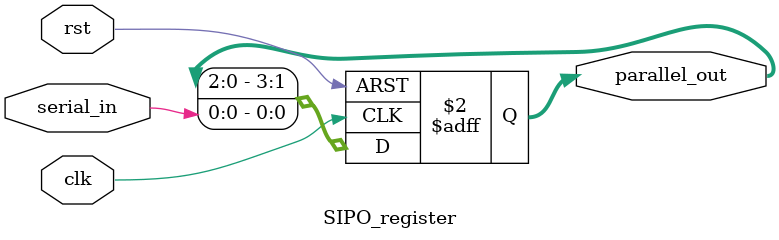
<source format=v>
`timescale 1ns / 1ps 


module SIPO_register #(parameter N=4)(
     input wire clk,
     input wire rst,
     input wire serial_in,
     output reg[N-1:0] parallel_out
    );
  always @(posedge clk or posedge rst)begin
      if(rst)
         parallel_out <= 0;
      else
         parallel_out <= {parallel_out[N-2:0], serial_in};
      end
    
endmodule

</source>
